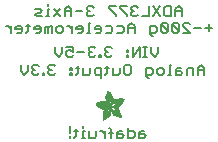
<source format=gbr>
G04 EAGLE Gerber RS-274X export*
G75*
%MOMM*%
%FSLAX34Y34*%
%LPD*%
%INSilkscreen Bottom*%
%IPPOS*%
%AMOC8*
5,1,8,0,0,1.08239X$1,22.5*%
G01*
%ADD10C,0.152400*%
%ADD11R,0.034300X0.003800*%
%ADD12R,0.057200X0.003800*%
%ADD13R,0.076200X0.003800*%
%ADD14R,0.091400X0.003800*%
%ADD15R,0.102900X0.003800*%
%ADD16R,0.114300X0.003900*%
%ADD17R,0.129500X0.003800*%
%ADD18R,0.137200X0.003800*%
%ADD19R,0.144800X0.003800*%
%ADD20R,0.152400X0.003800*%
%ADD21R,0.160000X0.003800*%
%ADD22R,0.171500X0.003800*%
%ADD23R,0.175300X0.003800*%
%ADD24R,0.182900X0.003800*%
%ADD25R,0.190500X0.003800*%
%ADD26R,0.194300X0.003900*%
%ADD27R,0.201900X0.003800*%
%ADD28R,0.209500X0.003800*%
%ADD29R,0.213400X0.003800*%
%ADD30R,0.221000X0.003800*%
%ADD31R,0.224800X0.003800*%
%ADD32R,0.232400X0.003800*%
%ADD33R,0.240000X0.003800*%
%ADD34R,0.243800X0.003800*%
%ADD35R,0.247600X0.003800*%
%ADD36R,0.255300X0.003900*%
%ADD37R,0.259100X0.003800*%
%ADD38R,0.262900X0.003800*%
%ADD39R,0.270500X0.003800*%
%ADD40R,0.274300X0.003800*%
%ADD41R,0.281900X0.003800*%
%ADD42R,0.285700X0.003800*%
%ADD43R,0.289500X0.003800*%
%ADD44R,0.297200X0.003800*%
%ADD45R,0.301000X0.003800*%
%ADD46R,0.304800X0.003900*%
%ADD47R,0.312400X0.003800*%
%ADD48R,0.316200X0.003800*%
%ADD49R,0.320000X0.003800*%
%ADD50R,0.327600X0.003800*%
%ADD51R,0.331500X0.003800*%
%ADD52R,0.339100X0.003800*%
%ADD53R,0.342900X0.003800*%
%ADD54R,0.346700X0.003800*%
%ADD55R,0.354300X0.003800*%
%ADD56R,0.358100X0.003900*%
%ADD57R,0.361900X0.003800*%
%ADD58R,0.369600X0.003800*%
%ADD59R,0.373400X0.003800*%
%ADD60R,0.377200X0.003800*%
%ADD61R,0.384800X0.003800*%
%ADD62R,0.388600X0.003800*%
%ADD63R,0.396200X0.003800*%
%ADD64R,0.400000X0.003800*%
%ADD65R,0.403800X0.003800*%
%ADD66R,0.411500X0.003900*%
%ADD67R,0.415300X0.003800*%
%ADD68R,0.419100X0.003800*%
%ADD69R,0.045700X0.003800*%
%ADD70R,0.426700X0.003800*%
%ADD71R,0.072400X0.003800*%
%ADD72R,0.430500X0.003800*%
%ADD73R,0.095300X0.003800*%
%ADD74R,0.438100X0.003800*%
%ADD75R,0.110500X0.003800*%
%ADD76R,0.441900X0.003800*%
%ADD77R,0.445800X0.003800*%
%ADD78R,0.144700X0.003800*%
%ADD79R,0.453400X0.003800*%
%ADD80R,0.457200X0.003800*%
%ADD81R,0.175300X0.003900*%
%ADD82R,0.461000X0.003900*%
%ADD83R,0.468600X0.003800*%
%ADD84R,0.205800X0.003800*%
%ADD85R,0.472400X0.003800*%
%ADD86R,0.217200X0.003800*%
%ADD87R,0.476200X0.003800*%
%ADD88R,0.483900X0.003800*%
%ADD89R,0.247700X0.003800*%
%ADD90R,0.487700X0.003800*%
%ADD91R,0.495300X0.003800*%
%ADD92R,0.499100X0.003800*%
%ADD93R,0.502900X0.003800*%
%ADD94R,0.510500X0.003800*%
%ADD95R,0.308600X0.003900*%
%ADD96R,0.514300X0.003900*%
%ADD97R,0.323800X0.003800*%
%ADD98R,0.518100X0.003800*%
%ADD99R,0.335300X0.003800*%
%ADD100R,0.525800X0.003800*%
%ADD101R,0.529600X0.003800*%
%ADD102R,0.358100X0.003800*%
%ADD103R,0.533400X0.003800*%
%ADD104R,0.537200X0.003800*%
%ADD105R,0.381000X0.003800*%
%ADD106R,0.544800X0.003800*%
%ADD107R,0.392400X0.003800*%
%ADD108R,0.548600X0.003800*%
%ADD109R,0.552400X0.003800*%
%ADD110R,0.556200X0.003800*%
%ADD111R,0.422900X0.003900*%
%ADD112R,0.560100X0.003900*%
%ADD113R,0.434300X0.003800*%
%ADD114R,0.563900X0.003800*%
%ADD115R,0.567700X0.003800*%
%ADD116R,0.461000X0.003800*%
%ADD117R,0.571500X0.003800*%
%ADD118R,0.575300X0.003800*%
%ADD119R,0.480100X0.003800*%
%ADD120R,0.579100X0.003800*%
%ADD121R,0.491500X0.003800*%
%ADD122R,0.582900X0.003800*%
%ADD123R,0.586700X0.003800*%
%ADD124R,0.510600X0.003800*%
%ADD125R,0.590500X0.003800*%
%ADD126R,0.522000X0.003800*%
%ADD127R,0.594300X0.003800*%
%ADD128R,0.533400X0.003900*%
%ADD129R,0.598200X0.003900*%
%ADD130R,0.541000X0.003800*%
%ADD131R,0.602000X0.003800*%
%ADD132R,0.552500X0.003800*%
%ADD133R,0.605800X0.003800*%
%ADD134R,0.560100X0.003800*%
%ADD135R,0.609600X0.003800*%
%ADD136R,0.613400X0.003800*%
%ADD137R,0.583000X0.003800*%
%ADD138R,0.617200X0.003800*%
%ADD139R,0.594400X0.003800*%
%ADD140R,0.621000X0.003800*%
%ADD141R,0.598200X0.003800*%
%ADD142R,0.624800X0.003800*%
%ADD143R,0.613500X0.003900*%
%ADD144R,0.628600X0.003900*%
%ADD145R,0.632400X0.003800*%
%ADD146R,0.628600X0.003800*%
%ADD147R,0.636300X0.003800*%
%ADD148R,0.640100X0.003800*%
%ADD149R,0.636200X0.003800*%
%ADD150R,0.643900X0.003800*%
%ADD151R,0.647700X0.003800*%
%ADD152R,0.651500X0.003800*%
%ADD153R,0.659100X0.003800*%
%ADD154R,0.659100X0.003900*%
%ADD155R,0.655300X0.003900*%
%ADD156R,0.662900X0.003800*%
%ADD157R,0.655300X0.003800*%
%ADD158R,0.670500X0.003800*%
%ADD159R,0.670600X0.003800*%
%ADD160R,0.674400X0.003800*%
%ADD161R,0.682000X0.003800*%
%ADD162R,0.666700X0.003800*%
%ADD163R,0.685800X0.003800*%
%ADD164R,0.689600X0.003800*%
%ADD165R,0.693400X0.003900*%
%ADD166R,0.674400X0.003900*%
%ADD167R,0.697200X0.003800*%
%ADD168R,0.678200X0.003800*%
%ADD169R,0.697300X0.003800*%
%ADD170R,0.701100X0.003800*%
%ADD171R,0.704900X0.003800*%
%ADD172R,0.708700X0.003800*%
%ADD173R,0.712500X0.003800*%
%ADD174R,0.716300X0.003800*%
%ADD175R,0.720100X0.003900*%
%ADD176R,0.689600X0.003900*%
%ADD177R,0.720000X0.003800*%
%ADD178R,0.693400X0.003800*%
%ADD179R,0.723900X0.003800*%
%ADD180R,0.727700X0.003800*%
%ADD181R,0.731500X0.003800*%
%ADD182R,0.701000X0.003800*%
%ADD183R,0.735300X0.003800*%
%ADD184R,0.731500X0.003900*%
%ADD185R,0.701000X0.003900*%
%ADD186R,0.704800X0.003800*%
%ADD187R,0.739100X0.003800*%
%ADD188R,0.743000X0.003800*%
%ADD189R,0.739200X0.003800*%
%ADD190R,0.743000X0.003900*%
%ADD191R,0.704800X0.003900*%
%ADD192R,0.746800X0.003800*%
%ADD193R,0.746800X0.003900*%
%ADD194R,0.742900X0.003800*%
%ADD195R,0.746700X0.003800*%
%ADD196R,0.746700X0.003900*%
%ADD197R,1.428800X0.003800*%
%ADD198R,1.424900X0.003800*%
%ADD199R,1.421100X0.003900*%
%ADD200R,1.421100X0.003800*%
%ADD201R,1.417300X0.003800*%
%ADD202R,1.413500X0.003800*%
%ADD203R,1.409700X0.003800*%
%ADD204R,1.405900X0.003800*%
%ADD205R,1.402100X0.003800*%
%ADD206R,1.398300X0.003800*%
%ADD207R,0.983000X0.003900*%
%ADD208R,0.384800X0.003900*%
%ADD209R,0.971600X0.003800*%
%ADD210R,0.963900X0.003800*%
%ADD211R,0.956300X0.003800*%
%ADD212R,0.365800X0.003800*%
%ADD213R,0.952500X0.003800*%
%ADD214R,0.941000X0.003800*%
%ADD215R,0.358200X0.003800*%
%ADD216R,0.937200X0.003800*%
%ADD217R,0.933400X0.003800*%
%ADD218R,0.354400X0.003800*%
%ADD219R,0.925800X0.003800*%
%ADD220R,0.350500X0.003800*%
%ADD221R,0.922000X0.003800*%
%ADD222R,0.918200X0.003900*%
%ADD223R,0.346700X0.003900*%
%ADD224R,0.910600X0.003800*%
%ADD225R,0.906800X0.003800*%
%ADD226R,0.903000X0.003800*%
%ADD227R,0.339000X0.003800*%
%ADD228R,0.895300X0.003800*%
%ADD229R,0.335200X0.003800*%
%ADD230R,0.887700X0.003800*%
%ADD231R,0.883900X0.003800*%
%ADD232R,0.331400X0.003800*%
%ADD233R,0.880100X0.003800*%
%ADD234R,0.876300X0.003800*%
%ADD235R,0.468600X0.003900*%
%ADD236R,0.396200X0.003900*%
%ADD237R,0.323800X0.003900*%
%ADD238R,0.449600X0.003800*%
%ADD239R,0.323900X0.003800*%
%ADD240R,0.442000X0.003800*%
%ADD241R,0.434400X0.003800*%
%ADD242R,0.320100X0.003800*%
%ADD243R,0.316300X0.003800*%
%ADD244R,0.426800X0.003800*%
%ADD245R,0.327700X0.003800*%
%ADD246R,0.312500X0.003800*%
%ADD247R,0.422900X0.003800*%
%ADD248R,0.308600X0.003800*%
%ADD249R,0.293400X0.003800*%
%ADD250R,0.304800X0.003800*%
%ADD251R,0.419100X0.003900*%
%ADD252R,0.285700X0.003900*%
%ADD253R,0.301000X0.003900*%
%ADD254R,0.411500X0.003800*%
%ADD255R,0.407700X0.003800*%
%ADD256R,0.289600X0.003800*%
%ADD257R,0.285800X0.003800*%
%ADD258R,0.403900X0.003800*%
%ADD259R,0.228600X0.003800*%
%ADD260R,0.403900X0.003900*%
%ADD261R,0.221000X0.003900*%
%ADD262R,0.278100X0.003900*%
%ADD263R,0.400100X0.003800*%
%ADD264R,0.209600X0.003800*%
%ADD265R,0.266700X0.003800*%
%ADD266R,0.038100X0.003800*%
%ADD267R,0.194300X0.003800*%
%ADD268R,0.148600X0.003800*%
%ADD269R,0.259000X0.003800*%
%ADD270R,0.182800X0.003800*%
%ADD271R,0.186700X0.003800*%
%ADD272R,0.251400X0.003800*%
%ADD273R,0.179100X0.003800*%
%ADD274R,0.236200X0.003800*%
%ADD275R,0.243900X0.003900*%
%ADD276R,0.282000X0.003900*%
%ADD277R,0.167700X0.003800*%
%ADD278R,0.236300X0.003800*%
%ADD279R,0.396300X0.003800*%
%ADD280R,0.163900X0.003800*%
%ADD281R,0.392500X0.003800*%
%ADD282R,0.160100X0.003800*%
%ADD283R,0.586800X0.003800*%
%ADD284R,0.148500X0.003800*%
%ADD285R,0.140900X0.003800*%
%ADD286R,0.392400X0.003900*%
%ADD287R,0.140900X0.003900*%
%ADD288R,0.647700X0.003900*%
%ADD289R,0.133300X0.003800*%
%ADD290R,0.674300X0.003800*%
%ADD291R,0.388700X0.003800*%
%ADD292R,0.125700X0.003800*%
%ADD293R,0.121900X0.003800*%
%ADD294R,0.720100X0.003800*%
%ADD295R,0.118100X0.003800*%
%ADD296R,0.118100X0.003900*%
%ADD297R,0.739100X0.003900*%
%ADD298R,0.114300X0.003800*%
%ADD299R,0.754400X0.003800*%
%ADD300R,0.765800X0.003800*%
%ADD301R,0.773400X0.003800*%
%ADD302R,0.784800X0.003800*%
%ADD303R,0.118200X0.003800*%
%ADD304R,0.792500X0.003800*%
%ADD305R,0.803900X0.003800*%
%ADD306R,0.122000X0.003800*%
%ADD307R,0.815400X0.003800*%
%ADD308R,0.125800X0.003800*%
%ADD309R,0.826800X0.003800*%
%ADD310R,0.369500X0.003900*%
%ADD311R,0.133400X0.003900*%
%ADD312R,0.842000X0.003900*%
%ADD313R,0.365700X0.003800*%
%ADD314R,1.009700X0.003800*%
%ADD315R,1.013500X0.003800*%
%ADD316R,0.362000X0.003800*%
%ADD317R,1.024900X0.003800*%
%ADD318R,1.028700X0.003800*%
%ADD319R,1.036300X0.003800*%
%ADD320R,1.047800X0.003800*%
%ADD321R,1.055400X0.003800*%
%ADD322R,1.070600X0.003800*%
%ADD323R,0.030500X0.003800*%
%ADD324R,1.436400X0.003800*%
%ADD325R,1.562100X0.003900*%
%ADD326R,1.588700X0.003800*%
%ADD327R,1.607800X0.003800*%
%ADD328R,1.626900X0.003800*%
%ADD329R,1.642100X0.003800*%
%ADD330R,1.657400X0.003800*%
%ADD331R,1.676400X0.003800*%
%ADD332R,1.687800X0.003800*%
%ADD333R,1.703000X0.003800*%
%ADD334R,1.714500X0.003800*%
%ADD335R,1.726000X0.003900*%
%ADD336R,1.741200X0.003800*%
%ADD337R,0.914400X0.003800*%
%ADD338R,0.769600X0.003800*%
%ADD339R,0.884000X0.003800*%
%ADD340R,0.712400X0.003800*%
%ADD341R,0.880100X0.003900*%
%ADD342R,0.887800X0.003800*%
%ADD343R,0.891600X0.003800*%
%ADD344R,0.895400X0.003800*%
%ADD345R,0.251500X0.003800*%
%ADD346R,0.579200X0.003900*%
%ADD347R,0.243900X0.003800*%
%ADD348R,0.556300X0.003800*%
%ADD349R,0.255200X0.003800*%
%ADD350R,0.529500X0.003800*%
%ADD351R,0.731600X0.003800*%
%ADD352R,0.525800X0.003900*%
%ADD353R,0.281900X0.003900*%
%ADD354R,0.735400X0.003900*%
%ADD355R,0.300900X0.003800*%
%ADD356R,0.762000X0.003800*%
%ADD357R,0.518200X0.003800*%
%ADD358R,0.350600X0.003800*%
%ADD359R,0.796300X0.003800*%
%ADD360R,0.807800X0.003800*%
%ADD361R,0.506700X0.003800*%
%ADD362R,0.849600X0.003800*%
%ADD363R,0.506700X0.003900*%
%ADD364R,1.371600X0.003900*%
%ADD365R,1.207800X0.003800*%
%ADD366R,0.503000X0.003800*%
%ADD367R,0.141000X0.003800*%
%ADD368R,1.203900X0.003800*%
%ADD369R,1.204000X0.003800*%
%ADD370R,1.200200X0.003800*%
%ADD371R,0.499100X0.003900*%
%ADD372R,0.156200X0.003900*%
%ADD373R,1.196400X0.003900*%
%ADD374R,1.196400X0.003800*%
%ADD375R,0.163800X0.003800*%
%ADD376R,0.167600X0.003800*%
%ADD377R,1.192500X0.003800*%
%ADD378R,0.499200X0.003800*%
%ADD379R,1.188700X0.003800*%
%ADD380R,0.506800X0.003800*%
%ADD381R,1.184900X0.003800*%
%ADD382R,0.510600X0.003900*%
%ADD383R,0.209600X0.003900*%
%ADD384R,1.181100X0.003900*%
%ADD385R,0.514400X0.003800*%
%ADD386R,1.181100X0.003800*%
%ADD387R,1.177300X0.003800*%
%ADD388R,0.240100X0.003800*%
%ADD389R,1.173500X0.003800*%
%ADD390R,1.169700X0.003800*%
%ADD391R,1.165900X0.003800*%
%ADD392R,1.162100X0.003800*%
%ADD393R,0.929700X0.003900*%
%ADD394R,1.162100X0.003900*%
%ADD395R,0.929700X0.003800*%
%ADD396R,1.154500X0.003800*%
%ADD397R,0.933500X0.003800*%
%ADD398R,1.150600X0.003800*%
%ADD399R,0.937300X0.003800*%
%ADD400R,1.146800X0.003800*%
%ADD401R,0.941100X0.003800*%
%ADD402R,1.139200X0.003800*%
%ADD403R,0.944900X0.003800*%
%ADD404R,1.135400X0.003800*%
%ADD405R,0.948700X0.003800*%
%ADD406R,1.127800X0.003800*%
%ADD407R,1.124000X0.003800*%
%ADD408R,1.116400X0.003800*%
%ADD409R,0.956300X0.003900*%
%ADD410R,1.104900X0.003900*%
%ADD411R,0.960100X0.003800*%
%ADD412R,1.093500X0.003800*%
%ADD413R,1.085900X0.003800*%
%ADD414R,0.967800X0.003800*%
%ADD415R,1.074500X0.003800*%
%ADD416R,1.063000X0.003800*%
%ADD417R,0.975400X0.003800*%
%ADD418R,1.036400X0.003800*%
%ADD419R,0.979200X0.003800*%
%ADD420R,1.021000X0.003800*%
%ADD421R,0.983000X0.003800*%
%ADD422R,1.009600X0.003800*%
%ADD423R,0.986800X0.003800*%
%ADD424R,0.998200X0.003800*%
%ADD425R,0.990600X0.003900*%
%ADD426R,0.986700X0.003900*%
%ADD427R,0.994400X0.003800*%
%ADD428R,0.975300X0.003800*%
%ADD429R,0.948600X0.003800*%
%ADD430R,1.002000X0.003800*%
%ADD431R,0.213300X0.003800*%
%ADD432R,0.217100X0.003800*%
%ADD433R,1.017300X0.003800*%
%ADD434R,0.666800X0.003800*%
%ADD435R,0.220900X0.003800*%
%ADD436R,1.028700X0.003900*%
%ADD437R,0.224700X0.003900*%
%ADD438R,1.032500X0.003800*%
%ADD439R,1.040100X0.003800*%
%ADD440R,1.043900X0.003800*%
%ADD441R,0.548700X0.003800*%
%ADD442R,1.051500X0.003800*%
%ADD443R,1.055300X0.003800*%
%ADD444R,1.059100X0.003800*%
%ADD445R,1.062900X0.003800*%
%ADD446R,0.255300X0.003800*%
%ADD447R,1.066800X0.003900*%
%ADD448R,0.259100X0.003900*%
%ADD449R,0.457200X0.003900*%
%ADD450R,0.423000X0.003800*%
%ADD451R,1.082100X0.003800*%
%ADD452R,0.274400X0.003800*%
%ADD453R,0.278200X0.003800*%
%ADD454R,1.101100X0.003800*%
%ADD455R,0.278100X0.003800*%
%ADD456R,0.876300X0.003900*%
%ADD457R,0.236200X0.003900*%
%ADD458R,0.289600X0.003900*%
%ADD459R,0.247700X0.003900*%
%ADD460R,0.049500X0.003800*%
%ADD461R,0.640100X0.003900*%
%ADD462R,0.659200X0.003800*%
%ADD463R,0.663000X0.003800*%
%ADD464R,0.872500X0.003900*%
%ADD465R,0.666800X0.003900*%
%ADD466R,0.872500X0.003800*%
%ADD467R,0.868700X0.003800*%
%ADD468R,0.864900X0.003800*%
%ADD469R,0.861100X0.003800*%
%ADD470R,0.857300X0.003800*%
%ADD471R,0.853400X0.003800*%
%ADD472R,0.845800X0.003800*%
%ADD473R,0.682000X0.003900*%
%ADD474R,0.842000X0.003800*%
%ADD475R,0.834400X0.003800*%
%ADD476R,0.823000X0.003800*%
%ADD477R,0.815300X0.003800*%
%ADD478R,0.811500X0.003800*%
%ADD479R,0.788700X0.003800*%
%ADD480R,0.777300X0.003900*%
%ADD481R,0.750600X0.003800*%
%ADD482R,0.735400X0.003800*%
%ADD483R,0.727800X0.003800*%
%ADD484R,0.628700X0.003800*%
%ADD485R,0.575400X0.003800*%
%ADD486R,0.670600X0.003900*%
%ADD487R,0.655400X0.003800*%
%ADD488R,0.651500X0.003900*%
%ADD489R,0.624800X0.003900*%
%ADD490R,0.594400X0.003900*%
%ADD491R,0.563900X0.003900*%
%ADD492R,0.541100X0.003800*%
%ADD493R,0.537300X0.003800*%
%ADD494R,0.525700X0.003800*%
%ADD495R,0.525700X0.003900*%
%ADD496R,0.514300X0.003800*%
%ADD497R,0.480100X0.003900*%
%ADD498R,0.464800X0.003800*%
%ADD499R,0.442000X0.003900*%
%ADD500R,0.438200X0.003800*%
%ADD501R,0.430600X0.003800*%
%ADD502R,0.407600X0.003800*%
%ADD503R,0.403800X0.003900*%
%ADD504R,0.365700X0.003900*%
%ADD505R,0.327700X0.003900*%
%ADD506R,0.243800X0.003900*%
%ADD507R,0.205800X0.003900*%
%ADD508R,0.198100X0.003800*%
%ADD509R,0.163800X0.003900*%
%ADD510R,0.137100X0.003800*%
%ADD511R,0.091500X0.003900*%
%ADD512R,0.060900X0.003800*%


D10*
X140462Y2286D02*
X140462Y8048D01*
X137581Y10929D01*
X134700Y8048D01*
X134700Y2286D01*
X134700Y6608D02*
X140462Y6608D01*
X131107Y10929D02*
X131107Y2286D01*
X126785Y2286D01*
X125345Y3727D01*
X125345Y9489D01*
X126785Y10929D01*
X131107Y10929D01*
X121752Y10929D02*
X115989Y2286D01*
X121752Y2286D02*
X115989Y10929D01*
X112396Y10929D02*
X112396Y2286D01*
X106634Y2286D01*
X103041Y9489D02*
X101601Y10929D01*
X98720Y10929D01*
X97279Y9489D01*
X97279Y8048D01*
X98720Y6608D01*
X100160Y6608D01*
X98720Y6608D02*
X97279Y5167D01*
X97279Y3727D01*
X98720Y2286D01*
X101601Y2286D01*
X103041Y3727D01*
X93686Y10929D02*
X87924Y10929D01*
X87924Y9489D01*
X93686Y3727D01*
X93686Y2286D01*
X84331Y10929D02*
X78569Y10929D01*
X78569Y9489D01*
X84331Y3727D01*
X84331Y2286D01*
X65621Y9489D02*
X64180Y10929D01*
X61299Y10929D01*
X59858Y9489D01*
X59858Y8048D01*
X61299Y6608D01*
X62739Y6608D01*
X61299Y6608D02*
X59858Y5167D01*
X59858Y3727D01*
X61299Y2286D01*
X64180Y2286D01*
X65621Y3727D01*
X56265Y6608D02*
X50503Y6608D01*
X46910Y8048D02*
X46910Y2286D01*
X46910Y8048D02*
X44029Y10929D01*
X41148Y8048D01*
X41148Y2286D01*
X41148Y6608D02*
X46910Y6608D01*
X37555Y8048D02*
X31793Y2286D01*
X37555Y2286D02*
X31793Y8048D01*
X28200Y8048D02*
X26759Y8048D01*
X26759Y2286D01*
X25319Y2286D02*
X28200Y2286D01*
X26759Y10929D02*
X26759Y12370D01*
X21963Y2286D02*
X17641Y2286D01*
X16201Y3727D01*
X17641Y5167D01*
X20522Y5167D01*
X21963Y6608D01*
X20522Y8048D01*
X16201Y8048D01*
X160100Y-7362D02*
X165862Y-7362D01*
X162981Y-4481D02*
X162981Y-10243D01*
X156507Y-7362D02*
X150745Y-7362D01*
X147152Y-11684D02*
X141389Y-11684D01*
X141389Y-5922D02*
X147152Y-11684D01*
X141389Y-5922D02*
X141389Y-4481D01*
X142830Y-3041D01*
X145711Y-3041D01*
X147152Y-4481D01*
X137796Y-4481D02*
X137796Y-10243D01*
X137796Y-4481D02*
X136356Y-3041D01*
X133475Y-3041D01*
X132034Y-4481D01*
X132034Y-10243D01*
X133475Y-11684D01*
X136356Y-11684D01*
X137796Y-10243D01*
X132034Y-4481D01*
X128441Y-4481D02*
X128441Y-10243D01*
X128441Y-4481D02*
X127001Y-3041D01*
X124120Y-3041D01*
X122679Y-4481D01*
X122679Y-10243D01*
X124120Y-11684D01*
X127001Y-11684D01*
X128441Y-10243D01*
X122679Y-4481D01*
X116205Y-14565D02*
X114764Y-14565D01*
X113324Y-13125D01*
X113324Y-5922D01*
X117646Y-5922D01*
X119086Y-7362D01*
X119086Y-10243D01*
X117646Y-11684D01*
X113324Y-11684D01*
X100376Y-11684D02*
X100376Y-5922D01*
X97495Y-3041D01*
X94613Y-5922D01*
X94613Y-11684D01*
X94613Y-7362D02*
X100376Y-7362D01*
X89580Y-5922D02*
X85258Y-5922D01*
X89580Y-5922D02*
X91021Y-7362D01*
X91021Y-10243D01*
X89580Y-11684D01*
X85258Y-11684D01*
X80225Y-5922D02*
X75903Y-5922D01*
X80225Y-5922D02*
X81665Y-7362D01*
X81665Y-10243D01*
X80225Y-11684D01*
X75903Y-11684D01*
X70870Y-11684D02*
X67988Y-11684D01*
X70870Y-11684D02*
X72310Y-10243D01*
X72310Y-7362D01*
X70870Y-5922D01*
X67988Y-5922D01*
X66548Y-7362D01*
X66548Y-8803D01*
X72310Y-8803D01*
X62955Y-3041D02*
X61514Y-3041D01*
X61514Y-11684D01*
X60074Y-11684D02*
X62955Y-11684D01*
X55278Y-11684D02*
X52396Y-11684D01*
X55278Y-11684D02*
X56718Y-10243D01*
X56718Y-7362D01*
X55278Y-5922D01*
X52396Y-5922D01*
X50956Y-7362D01*
X50956Y-8803D01*
X56718Y-8803D01*
X47363Y-11684D02*
X47363Y-5922D01*
X47363Y-8803D02*
X44482Y-5922D01*
X43041Y-5922D01*
X38126Y-11684D02*
X35245Y-11684D01*
X33805Y-10243D01*
X33805Y-7362D01*
X35245Y-5922D01*
X38126Y-5922D01*
X39567Y-7362D01*
X39567Y-10243D01*
X38126Y-11684D01*
X30212Y-11684D02*
X30212Y-5922D01*
X28771Y-5922D01*
X27331Y-7362D01*
X27331Y-11684D01*
X27331Y-7362D02*
X25890Y-5922D01*
X24450Y-7362D01*
X24450Y-11684D01*
X19416Y-11684D02*
X16535Y-11684D01*
X19416Y-11684D02*
X20857Y-10243D01*
X20857Y-7362D01*
X19416Y-5922D01*
X16535Y-5922D01*
X15094Y-7362D01*
X15094Y-8803D01*
X20857Y-8803D01*
X10061Y-10243D02*
X10061Y-4481D01*
X10061Y-10243D02*
X8620Y-11684D01*
X8620Y-5922D02*
X11501Y-5922D01*
X3824Y-11684D02*
X943Y-11684D01*
X3824Y-11684D02*
X5265Y-10243D01*
X5265Y-7362D01*
X3824Y-5922D01*
X943Y-5922D01*
X-498Y-7362D01*
X-498Y-8803D01*
X5265Y-8803D01*
X-4091Y-11684D02*
X-4091Y-5922D01*
X-4091Y-8803D02*
X-6972Y-5922D01*
X-8412Y-5922D01*
X120142Y-23361D02*
X120142Y-29123D01*
X117261Y-32004D01*
X114380Y-29123D01*
X114380Y-23361D01*
X110787Y-32004D02*
X107906Y-32004D01*
X109346Y-32004D02*
X109346Y-23361D01*
X107906Y-23361D02*
X110787Y-23361D01*
X104550Y-23361D02*
X104550Y-32004D01*
X98788Y-32004D02*
X104550Y-23361D01*
X98788Y-23361D02*
X98788Y-32004D01*
X95195Y-26242D02*
X93754Y-26242D01*
X93754Y-27682D01*
X95195Y-27682D01*
X95195Y-26242D01*
X95195Y-30563D02*
X93754Y-30563D01*
X93754Y-32004D01*
X95195Y-32004D01*
X95195Y-30563D01*
X81162Y-24801D02*
X79722Y-23361D01*
X76840Y-23361D01*
X75400Y-24801D01*
X75400Y-26242D01*
X76840Y-27682D01*
X78281Y-27682D01*
X76840Y-27682D02*
X75400Y-29123D01*
X75400Y-30563D01*
X76840Y-32004D01*
X79722Y-32004D01*
X81162Y-30563D01*
X71807Y-30563D02*
X71807Y-32004D01*
X71807Y-30563D02*
X70366Y-30563D01*
X70366Y-32004D01*
X71807Y-32004D01*
X67129Y-24801D02*
X65689Y-23361D01*
X62808Y-23361D01*
X61367Y-24801D01*
X61367Y-26242D01*
X62808Y-27682D01*
X64248Y-27682D01*
X62808Y-27682D02*
X61367Y-29123D01*
X61367Y-30563D01*
X62808Y-32004D01*
X65689Y-32004D01*
X67129Y-30563D01*
X57774Y-27682D02*
X52012Y-27682D01*
X48419Y-23361D02*
X42657Y-23361D01*
X48419Y-23361D02*
X48419Y-27682D01*
X45538Y-26242D01*
X44097Y-26242D01*
X42657Y-27682D01*
X42657Y-30563D01*
X44097Y-32004D01*
X46978Y-32004D01*
X48419Y-30563D01*
X39064Y-29123D02*
X39064Y-23361D01*
X39064Y-29123D02*
X36183Y-32004D01*
X33301Y-29123D01*
X33301Y-23361D01*
X159512Y-41482D02*
X159512Y-47244D01*
X159512Y-41482D02*
X156631Y-38601D01*
X153750Y-41482D01*
X153750Y-47244D01*
X153750Y-42922D02*
X159512Y-42922D01*
X150157Y-41482D02*
X150157Y-47244D01*
X150157Y-41482D02*
X145835Y-41482D01*
X144395Y-42922D01*
X144395Y-47244D01*
X139361Y-41482D02*
X136480Y-41482D01*
X135039Y-42922D01*
X135039Y-47244D01*
X139361Y-47244D01*
X140802Y-45803D01*
X139361Y-44363D01*
X135039Y-44363D01*
X131446Y-38601D02*
X130006Y-38601D01*
X130006Y-47244D01*
X131446Y-47244D02*
X128565Y-47244D01*
X123769Y-47244D02*
X120888Y-47244D01*
X119447Y-45803D01*
X119447Y-42922D01*
X120888Y-41482D01*
X123769Y-41482D01*
X125210Y-42922D01*
X125210Y-45803D01*
X123769Y-47244D01*
X112973Y-50125D02*
X111533Y-50125D01*
X110092Y-48685D01*
X110092Y-41482D01*
X114414Y-41482D01*
X115854Y-42922D01*
X115854Y-45803D01*
X114414Y-47244D01*
X110092Y-47244D01*
X95704Y-38601D02*
X92822Y-38601D01*
X95704Y-38601D02*
X97144Y-40041D01*
X97144Y-45803D01*
X95704Y-47244D01*
X92822Y-47244D01*
X91382Y-45803D01*
X91382Y-40041D01*
X92822Y-38601D01*
X87789Y-41482D02*
X87789Y-45803D01*
X86348Y-47244D01*
X82027Y-47244D01*
X82027Y-41482D01*
X76993Y-40041D02*
X76993Y-45803D01*
X75553Y-47244D01*
X75553Y-41482D02*
X78434Y-41482D01*
X72197Y-41482D02*
X72197Y-50125D01*
X72197Y-41482D02*
X67875Y-41482D01*
X66435Y-42922D01*
X66435Y-45803D01*
X67875Y-47244D01*
X72197Y-47244D01*
X62842Y-45803D02*
X62842Y-41482D01*
X62842Y-45803D02*
X61401Y-47244D01*
X57080Y-47244D01*
X57080Y-41482D01*
X52046Y-40041D02*
X52046Y-45803D01*
X50605Y-47244D01*
X50605Y-41482D02*
X53487Y-41482D01*
X47250Y-41482D02*
X45809Y-41482D01*
X45809Y-42922D01*
X47250Y-42922D01*
X47250Y-41482D01*
X47250Y-45803D02*
X45809Y-45803D01*
X45809Y-47244D01*
X47250Y-47244D01*
X47250Y-45803D01*
X33217Y-40041D02*
X31776Y-38601D01*
X28895Y-38601D01*
X27455Y-40041D01*
X27455Y-41482D01*
X28895Y-42922D01*
X30336Y-42922D01*
X28895Y-42922D02*
X27455Y-44363D01*
X27455Y-45803D01*
X28895Y-47244D01*
X31776Y-47244D01*
X33217Y-45803D01*
X23862Y-45803D02*
X23862Y-47244D01*
X23862Y-45803D02*
X22421Y-45803D01*
X22421Y-47244D01*
X23862Y-47244D01*
X19184Y-40041D02*
X17744Y-38601D01*
X14863Y-38601D01*
X13422Y-40041D01*
X13422Y-41482D01*
X14863Y-42922D01*
X16303Y-42922D01*
X14863Y-42922D02*
X13422Y-44363D01*
X13422Y-45803D01*
X14863Y-47244D01*
X17744Y-47244D01*
X19184Y-45803D01*
X9829Y-44363D02*
X9829Y-38601D01*
X9829Y-44363D02*
X6948Y-47244D01*
X4067Y-44363D01*
X4067Y-38601D01*
X105660Y-94822D02*
X108541Y-94822D01*
X105660Y-94822D02*
X104220Y-96262D01*
X104220Y-100584D01*
X108541Y-100584D01*
X109982Y-99143D01*
X108541Y-97703D01*
X104220Y-97703D01*
X94865Y-100584D02*
X94865Y-91941D01*
X94865Y-100584D02*
X99186Y-100584D01*
X100627Y-99143D01*
X100627Y-96262D01*
X99186Y-94822D01*
X94865Y-94822D01*
X89831Y-94822D02*
X86950Y-94822D01*
X85509Y-96262D01*
X85509Y-100584D01*
X89831Y-100584D01*
X91272Y-99143D01*
X89831Y-97703D01*
X85509Y-97703D01*
X80476Y-100584D02*
X80476Y-93381D01*
X79035Y-91941D01*
X79035Y-96262D02*
X81916Y-96262D01*
X75680Y-94822D02*
X75680Y-100584D01*
X75680Y-97703D02*
X72799Y-94822D01*
X71358Y-94822D01*
X67884Y-94822D02*
X67884Y-99143D01*
X66443Y-100584D01*
X62121Y-100584D01*
X62121Y-94822D01*
X58529Y-94822D02*
X57088Y-94822D01*
X57088Y-100584D01*
X58529Y-100584D02*
X55647Y-100584D01*
X57088Y-91941D02*
X57088Y-90500D01*
X50851Y-93381D02*
X50851Y-99143D01*
X49411Y-100584D01*
X49411Y-94822D02*
X52292Y-94822D01*
X46055Y-99143D02*
X46055Y-100584D01*
X46055Y-96262D02*
X46055Y-90500D01*
D11*
X74626Y-86106D03*
D12*
X74625Y-86068D03*
D13*
X74644Y-86030D03*
D14*
X74644Y-85992D03*
D15*
X74626Y-85954D03*
D16*
X74645Y-85916D03*
D17*
X74645Y-85877D03*
D18*
X74644Y-85839D03*
D19*
X74644Y-85801D03*
D20*
X74682Y-85763D03*
D21*
X74682Y-85725D03*
D22*
X74702Y-85687D03*
D23*
X74721Y-85649D03*
D24*
X74721Y-85611D03*
D25*
X74759Y-85573D03*
D26*
X74778Y-85535D03*
D27*
X74778Y-85496D03*
D28*
X74816Y-85458D03*
D29*
X74835Y-85420D03*
D30*
X74873Y-85382D03*
D31*
X74892Y-85344D03*
D32*
X74892Y-85306D03*
D33*
X74930Y-85268D03*
D34*
X74949Y-85230D03*
D35*
X74968Y-85192D03*
D36*
X75007Y-85154D03*
D37*
X75026Y-85115D03*
D38*
X75045Y-85077D03*
D39*
X75083Y-85039D03*
D40*
X75102Y-85001D03*
D41*
X75140Y-84963D03*
D42*
X75159Y-84925D03*
D43*
X75178Y-84887D03*
D44*
X75216Y-84849D03*
D45*
X75235Y-84811D03*
D46*
X75254Y-84773D03*
D47*
X75292Y-84734D03*
D48*
X75311Y-84696D03*
D49*
X75330Y-84658D03*
D50*
X75368Y-84620D03*
D51*
X75388Y-84582D03*
D52*
X75426Y-84544D03*
D53*
X75445Y-84506D03*
D54*
X75464Y-84468D03*
D55*
X75502Y-84430D03*
D56*
X75521Y-84392D03*
D57*
X75540Y-84353D03*
D58*
X75578Y-84315D03*
D59*
X75597Y-84277D03*
D60*
X75616Y-84239D03*
D61*
X75654Y-84201D03*
D62*
X75673Y-84163D03*
D63*
X75711Y-84125D03*
D64*
X75730Y-84087D03*
D65*
X75749Y-84049D03*
D66*
X75788Y-84011D03*
D67*
X75807Y-83972D03*
D68*
X75826Y-83934D03*
D69*
X88589Y-83896D03*
D70*
X75864Y-83896D03*
D71*
X88570Y-83858D03*
D72*
X75883Y-83858D03*
D73*
X88532Y-83820D03*
D74*
X75921Y-83820D03*
D75*
X88494Y-83782D03*
D76*
X75940Y-83782D03*
D17*
X88475Y-83744D03*
D77*
X75959Y-83744D03*
D78*
X88437Y-83706D03*
D79*
X75997Y-83706D03*
D21*
X88398Y-83668D03*
D80*
X76016Y-83668D03*
D81*
X88361Y-83630D03*
D82*
X76035Y-83630D03*
D25*
X88323Y-83591D03*
D83*
X76073Y-83591D03*
D84*
X88284Y-83553D03*
D85*
X76092Y-83553D03*
D86*
X88227Y-83515D03*
D87*
X76111Y-83515D03*
D32*
X88189Y-83477D03*
D88*
X76150Y-83477D03*
D89*
X88151Y-83439D03*
D90*
X76169Y-83439D03*
D37*
X88094Y-83401D03*
D91*
X76207Y-83401D03*
D40*
X88056Y-83363D03*
D92*
X76226Y-83363D03*
D42*
X87999Y-83325D03*
D93*
X76245Y-83325D03*
D44*
X87941Y-83287D03*
D94*
X76283Y-83287D03*
D95*
X87884Y-83249D03*
D96*
X76302Y-83249D03*
D97*
X87846Y-83210D03*
D98*
X76321Y-83210D03*
D99*
X87789Y-83172D03*
D100*
X76359Y-83172D03*
D54*
X87732Y-83134D03*
D101*
X76378Y-83134D03*
D102*
X87675Y-83096D03*
D103*
X76397Y-83096D03*
D58*
X87617Y-83058D03*
D104*
X76416Y-83058D03*
D105*
X87560Y-83020D03*
D106*
X76454Y-83020D03*
D107*
X87503Y-82982D03*
D108*
X76473Y-82982D03*
D65*
X87446Y-82944D03*
D109*
X76492Y-82944D03*
D67*
X87389Y-82906D03*
D110*
X76511Y-82906D03*
D111*
X87313Y-82868D03*
D112*
X76531Y-82868D03*
D113*
X87256Y-82829D03*
D114*
X76550Y-82829D03*
D77*
X87198Y-82791D03*
D115*
X76569Y-82791D03*
D116*
X87122Y-82753D03*
D117*
X76588Y-82753D03*
D85*
X87065Y-82715D03*
D118*
X76607Y-82715D03*
D119*
X86989Y-82677D03*
D120*
X76626Y-82677D03*
D121*
X86932Y-82639D03*
D122*
X76645Y-82639D03*
D93*
X86875Y-82601D03*
D123*
X76664Y-82601D03*
D124*
X86798Y-82563D03*
D125*
X76683Y-82563D03*
D126*
X86741Y-82525D03*
D127*
X76702Y-82525D03*
D128*
X86684Y-82487D03*
D129*
X76721Y-82487D03*
D130*
X86608Y-82448D03*
D131*
X76740Y-82448D03*
D132*
X86551Y-82410D03*
D133*
X76759Y-82410D03*
D134*
X86513Y-82372D03*
D133*
X76759Y-82372D03*
D117*
X86456Y-82334D03*
D135*
X76778Y-82334D03*
D118*
X86399Y-82296D03*
D136*
X76797Y-82296D03*
D137*
X86360Y-82258D03*
D138*
X76816Y-82258D03*
D139*
X86303Y-82220D03*
D140*
X76835Y-82220D03*
D141*
X86246Y-82182D03*
D140*
X76835Y-82182D03*
D133*
X86208Y-82144D03*
D142*
X76854Y-82144D03*
D143*
X86170Y-82106D03*
D144*
X76873Y-82106D03*
D136*
X86131Y-82067D03*
D145*
X76892Y-82067D03*
D140*
X86093Y-82029D03*
D145*
X76892Y-82029D03*
D146*
X86055Y-81991D03*
D147*
X76912Y-81991D03*
D145*
X85998Y-81953D03*
D148*
X76931Y-81953D03*
D149*
X85979Y-81915D03*
D150*
X76950Y-81915D03*
X85941Y-81877D03*
X76950Y-81877D03*
D151*
X85884Y-81839D03*
X76969Y-81839D03*
D152*
X85865Y-81801D03*
X76988Y-81801D03*
D153*
X85827Y-81763D03*
D152*
X76988Y-81763D03*
D154*
X85789Y-81725D03*
D155*
X77007Y-81725D03*
D156*
X85770Y-81686D03*
D157*
X77007Y-81686D03*
D158*
X85732Y-81648D03*
D153*
X77026Y-81648D03*
D159*
X85693Y-81610D03*
D156*
X77045Y-81610D03*
D160*
X85674Y-81572D03*
D156*
X77045Y-81572D03*
D161*
X85636Y-81534D03*
D162*
X77064Y-81534D03*
D161*
X85598Y-81496D03*
D162*
X77064Y-81496D03*
D163*
X85579Y-81458D03*
D158*
X77083Y-81458D03*
D164*
X85560Y-81420D03*
D158*
X77083Y-81420D03*
D164*
X85522Y-81382D03*
D160*
X77102Y-81382D03*
D165*
X85503Y-81344D03*
D166*
X77102Y-81344D03*
D167*
X85484Y-81305D03*
D168*
X77121Y-81305D03*
D169*
X85446Y-81267D03*
D168*
X77121Y-81267D03*
D170*
X85427Y-81229D03*
D168*
X77121Y-81229D03*
D171*
X85408Y-81191D03*
D161*
X77140Y-81191D03*
D171*
X85370Y-81153D03*
D161*
X77140Y-81153D03*
D172*
X85351Y-81115D03*
D163*
X77159Y-81115D03*
D173*
X85332Y-81077D03*
D163*
X77159Y-81077D03*
D173*
X85294Y-81039D03*
D163*
X77159Y-81039D03*
D174*
X85275Y-81001D03*
D164*
X77178Y-81001D03*
D175*
X85256Y-80963D03*
D176*
X77178Y-80963D03*
D177*
X85217Y-80924D03*
D178*
X77197Y-80924D03*
D179*
X85198Y-80886D03*
D178*
X77197Y-80886D03*
D179*
X85198Y-80848D03*
D178*
X77197Y-80848D03*
D179*
X85160Y-80810D03*
D178*
X77197Y-80810D03*
D180*
X85141Y-80772D03*
D167*
X77216Y-80772D03*
D181*
X85122Y-80734D03*
D167*
X77216Y-80734D03*
D180*
X85103Y-80696D03*
D167*
X77216Y-80696D03*
D181*
X85084Y-80658D03*
D182*
X77235Y-80658D03*
D183*
X85065Y-80620D03*
D182*
X77235Y-80620D03*
D184*
X85046Y-80582D03*
D185*
X77235Y-80582D03*
D183*
X85027Y-80543D03*
D182*
X77235Y-80543D03*
D183*
X85027Y-80505D03*
D186*
X77254Y-80505D03*
D183*
X84989Y-80467D03*
D182*
X77273Y-80467D03*
D187*
X84970Y-80429D03*
D182*
X77273Y-80429D03*
D187*
X84970Y-80391D03*
D182*
X77273Y-80391D03*
D187*
X84932Y-80353D03*
D182*
X77273Y-80353D03*
D187*
X84932Y-80315D03*
D182*
X77273Y-80315D03*
D188*
X84912Y-80277D03*
D186*
X77292Y-80277D03*
D189*
X84893Y-80239D03*
D186*
X77292Y-80239D03*
D190*
X84874Y-80201D03*
D191*
X77292Y-80201D03*
D188*
X84874Y-80162D03*
D186*
X77292Y-80162D03*
D188*
X84836Y-80124D03*
D186*
X77292Y-80124D03*
D188*
X84836Y-80086D03*
D186*
X77292Y-80086D03*
D188*
X84836Y-80048D03*
D186*
X77292Y-80048D03*
D188*
X84798Y-80010D03*
D182*
X77311Y-80010D03*
D188*
X84798Y-79972D03*
D182*
X77311Y-79972D03*
D192*
X84779Y-79934D03*
D182*
X77311Y-79934D03*
D188*
X84760Y-79896D03*
D182*
X77311Y-79896D03*
D188*
X84760Y-79858D03*
D182*
X77311Y-79858D03*
D193*
X84741Y-79820D03*
D185*
X77311Y-79820D03*
D194*
X84722Y-79781D03*
D182*
X77311Y-79781D03*
D194*
X84722Y-79743D03*
D167*
X77330Y-79743D03*
D195*
X84703Y-79705D03*
D167*
X77330Y-79705D03*
D194*
X84684Y-79667D03*
D167*
X77330Y-79667D03*
D194*
X84684Y-79629D03*
D167*
X77330Y-79629D03*
D194*
X84684Y-79591D03*
D167*
X77330Y-79591D03*
D195*
X84665Y-79553D03*
D178*
X77349Y-79553D03*
D194*
X84646Y-79515D03*
D178*
X77349Y-79515D03*
D194*
X84646Y-79477D03*
D178*
X77349Y-79477D03*
D196*
X84627Y-79439D03*
D165*
X77349Y-79439D03*
D194*
X84608Y-79400D03*
D164*
X77368Y-79400D03*
D194*
X84608Y-79362D03*
D164*
X77368Y-79362D03*
D195*
X84589Y-79324D03*
D164*
X77368Y-79324D03*
D194*
X84570Y-79286D03*
D164*
X77368Y-79286D03*
D194*
X84570Y-79248D03*
D163*
X77387Y-79248D03*
D194*
X84570Y-79210D03*
D163*
X77387Y-79210D03*
D197*
X81102Y-79172D03*
X81102Y-79134D03*
D198*
X81122Y-79096D03*
D199*
X81103Y-79058D03*
D200*
X81103Y-79019D03*
D201*
X81122Y-78981D03*
D202*
X81103Y-78943D03*
X81103Y-78905D03*
D203*
X81122Y-78867D03*
D204*
X81103Y-78829D03*
X81103Y-78791D03*
D205*
X81122Y-78753D03*
D206*
X81103Y-78715D03*
D207*
X83179Y-78677D03*
D208*
X76073Y-78677D03*
D209*
X83236Y-78638D03*
D60*
X76035Y-78638D03*
D210*
X83236Y-78600D03*
D59*
X76016Y-78600D03*
D211*
X83274Y-78562D03*
D212*
X76016Y-78562D03*
D213*
X83293Y-78524D03*
D212*
X76016Y-78524D03*
D214*
X83312Y-78486D03*
D215*
X76016Y-78486D03*
D216*
X83331Y-78448D03*
D215*
X76016Y-78448D03*
D217*
X83350Y-78410D03*
D218*
X76035Y-78410D03*
D219*
X83350Y-78372D03*
D220*
X76016Y-78372D03*
D221*
X83369Y-78334D03*
D54*
X76035Y-78334D03*
D222*
X83388Y-78296D03*
D223*
X76035Y-78296D03*
D224*
X83388Y-78257D03*
D53*
X76054Y-78257D03*
D225*
X83407Y-78219D03*
D53*
X76054Y-78219D03*
D226*
X83426Y-78181D03*
D227*
X76073Y-78181D03*
D228*
X83427Y-78143D03*
D227*
X76073Y-78143D03*
D228*
X83427Y-78105D03*
D229*
X76092Y-78105D03*
D230*
X83427Y-78067D03*
D229*
X76092Y-78067D03*
D231*
X83446Y-78029D03*
D232*
X76111Y-78029D03*
D233*
X83465Y-77991D03*
D50*
X76130Y-77991D03*
D234*
X83446Y-77953D03*
D50*
X76130Y-77953D03*
D235*
X85484Y-77915D03*
D236*
X81083Y-77915D03*
D237*
X76149Y-77915D03*
D238*
X85541Y-77876D03*
D58*
X80988Y-77876D03*
D239*
X76188Y-77876D03*
D240*
X85579Y-77838D03*
D102*
X80931Y-77838D03*
D239*
X76188Y-77838D03*
D241*
X85579Y-77800D03*
D54*
X80912Y-77800D03*
D242*
X76207Y-77800D03*
D241*
X85579Y-77762D03*
D99*
X80893Y-77762D03*
D243*
X76226Y-77762D03*
D244*
X85579Y-77724D03*
D245*
X80855Y-77724D03*
D246*
X76245Y-77724D03*
D244*
X85579Y-77686D03*
D243*
X80836Y-77686D03*
D246*
X76245Y-77686D03*
D247*
X85560Y-77648D03*
D248*
X80797Y-77648D03*
D246*
X76283Y-77648D03*
D247*
X85560Y-77610D03*
D45*
X80797Y-77610D03*
D248*
X76302Y-77610D03*
D68*
X85541Y-77572D03*
D249*
X80759Y-77572D03*
D250*
X76321Y-77572D03*
D251*
X85541Y-77534D03*
D252*
X80760Y-77534D03*
D253*
X76340Y-77534D03*
D67*
X85522Y-77495D03*
D40*
X80741Y-77495D03*
D45*
X76378Y-77495D03*
D67*
X85522Y-77457D03*
D39*
X80722Y-77457D03*
D44*
X76397Y-77457D03*
D254*
X85503Y-77419D03*
D38*
X80722Y-77419D03*
D249*
X76416Y-77419D03*
D254*
X85503Y-77381D03*
D37*
X80703Y-77381D03*
D249*
X76454Y-77381D03*
D255*
X85484Y-77343D03*
D35*
X80683Y-77343D03*
D256*
X76473Y-77343D03*
D255*
X85446Y-77305D03*
D34*
X80664Y-77305D03*
D257*
X76492Y-77305D03*
D255*
X85446Y-77267D03*
D33*
X80645Y-77267D03*
D257*
X76530Y-77267D03*
D258*
X85427Y-77229D03*
D32*
X80645Y-77229D03*
D41*
X76550Y-77229D03*
D255*
X85408Y-77191D03*
D259*
X80626Y-77191D03*
D41*
X76588Y-77191D03*
D260*
X85389Y-77153D03*
D261*
X80626Y-77153D03*
D262*
X76607Y-77153D03*
D263*
X85370Y-77114D03*
D86*
X80607Y-77114D03*
D39*
X76645Y-77114D03*
D258*
X85351Y-77076D03*
D264*
X80607Y-77076D03*
D39*
X76683Y-77076D03*
D263*
X85332Y-77038D03*
D84*
X80588Y-77038D03*
D265*
X76702Y-77038D03*
D266*
X74226Y-77038D03*
D64*
X85293Y-77000D03*
D27*
X80569Y-77000D03*
D38*
X76759Y-77000D03*
D75*
X74207Y-77000D03*
D64*
X85293Y-76962D03*
D267*
X80569Y-76962D03*
D37*
X76778Y-76962D03*
D268*
X74206Y-76962D03*
D64*
X85255Y-76924D03*
D25*
X80550Y-76924D03*
D269*
X76816Y-76924D03*
D270*
X74187Y-76924D03*
D63*
X85236Y-76886D03*
D271*
X80531Y-76886D03*
D272*
X76854Y-76886D03*
D29*
X74187Y-76886D03*
D63*
X85198Y-76848D03*
D273*
X80531Y-76848D03*
D272*
X76892Y-76848D03*
D274*
X74187Y-76848D03*
D64*
X85179Y-76810D03*
D273*
X80531Y-76810D03*
D34*
X76930Y-76810D03*
D269*
X74187Y-76810D03*
D236*
X85160Y-76772D03*
D81*
X80512Y-76772D03*
D275*
X76969Y-76772D03*
D276*
X74187Y-76772D03*
D63*
X85122Y-76733D03*
D277*
X80512Y-76733D03*
D278*
X77007Y-76733D03*
D45*
X74168Y-76733D03*
D279*
X85084Y-76695D03*
D280*
X80493Y-76695D03*
D278*
X77045Y-76695D03*
D49*
X74187Y-76695D03*
D281*
X85065Y-76657D03*
D282*
X80474Y-76657D03*
D259*
X77083Y-76657D03*
D53*
X74188Y-76657D03*
D279*
X85046Y-76619D03*
D282*
X80474Y-76619D03*
D283*
X75330Y-76619D03*
D279*
X85008Y-76581D03*
D20*
X80474Y-76581D03*
D141*
X75311Y-76581D03*
D281*
X84989Y-76543D03*
D284*
X80455Y-76543D03*
D133*
X75273Y-76543D03*
D107*
X84950Y-76505D03*
D284*
X80455Y-76505D03*
D140*
X75235Y-76505D03*
D107*
X84912Y-76467D03*
D78*
X80436Y-76467D03*
D142*
X75216Y-76467D03*
D107*
X84874Y-76429D03*
D285*
X80417Y-76429D03*
D147*
X75197Y-76429D03*
D286*
X84836Y-76391D03*
D287*
X80417Y-76391D03*
D288*
X75178Y-76391D03*
D62*
X84817Y-76352D03*
D289*
X80417Y-76352D03*
D157*
X75140Y-76352D03*
D62*
X84779Y-76314D03*
D289*
X80417Y-76314D03*
D162*
X75121Y-76314D03*
D62*
X84741Y-76276D03*
D17*
X80398Y-76276D03*
D290*
X75121Y-76276D03*
D62*
X84703Y-76238D03*
D17*
X80398Y-76238D03*
D163*
X75101Y-76238D03*
D291*
X84665Y-76200D03*
D292*
X80379Y-76200D03*
D178*
X75063Y-76200D03*
D291*
X84627Y-76162D03*
D292*
X80379Y-76162D03*
D170*
X75064Y-76162D03*
D62*
X84588Y-76124D03*
D293*
X80360Y-76124D03*
D173*
X75045Y-76124D03*
D61*
X84531Y-76086D03*
D293*
X80360Y-76086D03*
D294*
X75045Y-76086D03*
D61*
X84493Y-76048D03*
D295*
X80341Y-76048D03*
D180*
X75045Y-76048D03*
D208*
X84455Y-76010D03*
D296*
X80341Y-76010D03*
D297*
X75026Y-76010D03*
D61*
X84417Y-75971D03*
D298*
X80322Y-75971D03*
D192*
X75025Y-75971D03*
D105*
X84360Y-75933D03*
D295*
X80303Y-75933D03*
D299*
X75025Y-75933D03*
D105*
X84322Y-75895D03*
D295*
X80303Y-75895D03*
D300*
X75006Y-75895D03*
D105*
X84245Y-75857D03*
D295*
X80303Y-75857D03*
D301*
X75006Y-75857D03*
D105*
X84207Y-75819D03*
D298*
X80284Y-75819D03*
D302*
X74987Y-75819D03*
D60*
X84150Y-75781D03*
D303*
X80264Y-75781D03*
D304*
X74988Y-75781D03*
D59*
X84093Y-75743D03*
D303*
X80264Y-75743D03*
D305*
X75007Y-75743D03*
D59*
X84017Y-75705D03*
D306*
X80245Y-75705D03*
D307*
X74987Y-75705D03*
D59*
X83979Y-75667D03*
D308*
X80226Y-75667D03*
D309*
X75006Y-75667D03*
D310*
X83884Y-75629D03*
D311*
X80188Y-75629D03*
D312*
X75006Y-75629D03*
D313*
X83827Y-75590D03*
D314*
X75807Y-75590D03*
D212*
X83750Y-75552D03*
D315*
X75788Y-75552D03*
D316*
X83655Y-75514D03*
D317*
X75769Y-75514D03*
D102*
X83560Y-75476D03*
D318*
X75750Y-75476D03*
D55*
X83465Y-75438D03*
D319*
X75750Y-75438D03*
D220*
X83370Y-75400D03*
D320*
X75730Y-75400D03*
D54*
X83236Y-75362D03*
D321*
X75730Y-75362D03*
D54*
X83122Y-75324D03*
D322*
X75730Y-75324D03*
D323*
X85351Y-75286D03*
D324*
X77521Y-75286D03*
D325*
X78112Y-75248D03*
D326*
X78169Y-75209D03*
D327*
X78226Y-75171D03*
D328*
X78245Y-75133D03*
D329*
X78283Y-75095D03*
D330*
X78321Y-75057D03*
D331*
X78340Y-75019D03*
D332*
X78359Y-74981D03*
D333*
X78359Y-74943D03*
D334*
X78379Y-74905D03*
D335*
X78397Y-74867D03*
D336*
X78397Y-74828D03*
D337*
X82607Y-74790D03*
D338*
X73501Y-74790D03*
D228*
X82779Y-74752D03*
D188*
X73330Y-74752D03*
D231*
X82874Y-74714D03*
D181*
X73197Y-74714D03*
D339*
X82950Y-74676D03*
D294*
X73102Y-74676D03*
D231*
X83027Y-74638D03*
D340*
X72987Y-74638D03*
D233*
X83084Y-74600D03*
D171*
X72911Y-74600D03*
D233*
X83160Y-74562D03*
D169*
X72835Y-74562D03*
D233*
X83198Y-74524D03*
D167*
X72758Y-74524D03*
D341*
X83236Y-74486D03*
D165*
X72701Y-74486D03*
D342*
X83274Y-74447D03*
D164*
X72606Y-74447D03*
D342*
X83312Y-74409D03*
D164*
X72568Y-74409D03*
D343*
X83331Y-74371D03*
D163*
X72511Y-74371D03*
D344*
X83350Y-74333D03*
D163*
X72434Y-74333D03*
D226*
X83388Y-74295D03*
D163*
X72396Y-74295D03*
D225*
X83407Y-74257D03*
D161*
X72339Y-74257D03*
D224*
X83426Y-74219D03*
D163*
X72282Y-74219D03*
D135*
X84969Y-74181D03*
D38*
X80188Y-74181D03*
D163*
X72244Y-74181D03*
D125*
X85103Y-74143D03*
D345*
X80093Y-74143D03*
D164*
X72187Y-74143D03*
D346*
X85198Y-74105D03*
D275*
X80055Y-74105D03*
D176*
X72149Y-74105D03*
D115*
X85294Y-74066D03*
D347*
X80017Y-74066D03*
D178*
X72130Y-74066D03*
D114*
X85351Y-74028D03*
D34*
X79978Y-74028D03*
D169*
X72073Y-74028D03*
D134*
X85446Y-73990D03*
D35*
X79959Y-73990D03*
D169*
X72035Y-73990D03*
D348*
X85503Y-73952D03*
D35*
X79921Y-73952D03*
D171*
X71997Y-73952D03*
D108*
X85579Y-73914D03*
D272*
X79902Y-73914D03*
D172*
X71978Y-73914D03*
D130*
X85617Y-73876D03*
D349*
X79883Y-73876D03*
D173*
X71959Y-73876D03*
D104*
X85674Y-73838D03*
D38*
X79845Y-73838D03*
D294*
X71921Y-73838D03*
D103*
X85731Y-73800D03*
D265*
X79826Y-73800D03*
D179*
X71902Y-73800D03*
D350*
X85789Y-73762D03*
D40*
X79788Y-73762D03*
D351*
X71863Y-73762D03*
D352*
X85846Y-73724D03*
D353*
X79750Y-73724D03*
D354*
X71844Y-73724D03*
D100*
X85884Y-73685D03*
D43*
X79712Y-73685D03*
D188*
X71844Y-73685D03*
D126*
X85941Y-73647D03*
D355*
X79693Y-73647D03*
D299*
X71825Y-73647D03*
D126*
X85979Y-73609D03*
D248*
X79654Y-73609D03*
D356*
X71825Y-73609D03*
D357*
X86036Y-73571D03*
D239*
X79617Y-73571D03*
D338*
X71825Y-73571D03*
D357*
X86074Y-73533D03*
D99*
X79560Y-73533D03*
D302*
X71825Y-73533D03*
D94*
X86113Y-73495D03*
D358*
X79521Y-73495D03*
D359*
X71844Y-73495D03*
D94*
X86151Y-73457D03*
D58*
X79464Y-73457D03*
D360*
X71863Y-73457D03*
D361*
X86208Y-73419D03*
D62*
X79369Y-73419D03*
D309*
X71882Y-73419D03*
D361*
X86246Y-73381D03*
D67*
X79274Y-73381D03*
D362*
X71958Y-73381D03*
D363*
X86284Y-73343D03*
D364*
X74530Y-73343D03*
D93*
X86303Y-73304D03*
D19*
X80702Y-73304D03*
D365*
X73673Y-73304D03*
D366*
X86341Y-73266D03*
D367*
X80759Y-73266D03*
D368*
X73616Y-73266D03*
D366*
X86379Y-73228D03*
D285*
X80798Y-73228D03*
D368*
X73578Y-73228D03*
D92*
X86399Y-73190D03*
D285*
X80836Y-73190D03*
D368*
X73540Y-73190D03*
D92*
X86437Y-73152D03*
D78*
X80855Y-73152D03*
D369*
X73501Y-73152D03*
D92*
X86475Y-73114D03*
D19*
X80893Y-73114D03*
D370*
X73482Y-73114D03*
D92*
X86513Y-73076D03*
D19*
X80931Y-73076D03*
D370*
X73444Y-73076D03*
D91*
X86532Y-73038D03*
D268*
X80950Y-73038D03*
D370*
X73406Y-73038D03*
D91*
X86570Y-73000D03*
D20*
X81007Y-73000D03*
D370*
X73406Y-73000D03*
D371*
X86589Y-72962D03*
D372*
X81026Y-72962D03*
D373*
X73387Y-72962D03*
D92*
X86627Y-72923D03*
D21*
X81045Y-72923D03*
D374*
X73349Y-72923D03*
D91*
X86646Y-72885D03*
D375*
X81102Y-72885D03*
D374*
X73349Y-72885D03*
D92*
X86665Y-72847D03*
D376*
X81121Y-72847D03*
D377*
X73330Y-72847D03*
D92*
X86703Y-72809D03*
D23*
X81160Y-72809D03*
D377*
X73330Y-72809D03*
D366*
X86722Y-72771D03*
D273*
X81179Y-72771D03*
D377*
X73292Y-72771D03*
D378*
X86741Y-72733D03*
D24*
X81236Y-72733D03*
D377*
X73292Y-72733D03*
D366*
X86760Y-72695D03*
D25*
X81274Y-72695D03*
D379*
X73273Y-72695D03*
D380*
X86779Y-72657D03*
D267*
X81293Y-72657D03*
D379*
X73273Y-72657D03*
D380*
X86779Y-72619D03*
D27*
X81331Y-72619D03*
D381*
X73254Y-72619D03*
D382*
X86798Y-72581D03*
D383*
X81369Y-72581D03*
D384*
X73273Y-72581D03*
D385*
X86817Y-72542D03*
D29*
X81426Y-72542D03*
D386*
X73273Y-72542D03*
D357*
X86836Y-72504D03*
D30*
X81464Y-72504D03*
D387*
X73254Y-72504D03*
D357*
X86836Y-72466D03*
D32*
X81521Y-72466D03*
D387*
X73254Y-72466D03*
D100*
X86836Y-72428D03*
D388*
X81560Y-72428D03*
D389*
X73235Y-72428D03*
D101*
X86855Y-72390D03*
D345*
X81617Y-72390D03*
D389*
X73235Y-72390D03*
D104*
X86855Y-72352D03*
D38*
X81674Y-72352D03*
D390*
X73254Y-72352D03*
D130*
X86836Y-72314D03*
D40*
X81731Y-72314D03*
D391*
X73235Y-72314D03*
D109*
X86817Y-72276D03*
D256*
X81807Y-72276D03*
D391*
X73235Y-72276D03*
D117*
X86761Y-72238D03*
D47*
X81921Y-72238D03*
D392*
X73254Y-72238D03*
D393*
X85008Y-72200D03*
D394*
X73254Y-72200D03*
D395*
X85008Y-72161D03*
D396*
X73254Y-72161D03*
D397*
X85027Y-72123D03*
D398*
X73273Y-72123D03*
D399*
X85046Y-72085D03*
D398*
X73273Y-72085D03*
D399*
X85046Y-72047D03*
D400*
X73292Y-72047D03*
D401*
X85065Y-72009D03*
D402*
X73292Y-72009D03*
D403*
X85084Y-71971D03*
D404*
X73311Y-71971D03*
D405*
X85103Y-71933D03*
D406*
X73349Y-71933D03*
D405*
X85103Y-71895D03*
D407*
X73368Y-71895D03*
D213*
X85122Y-71857D03*
D408*
X73406Y-71857D03*
D409*
X85141Y-71819D03*
D410*
X73426Y-71819D03*
D411*
X85160Y-71780D03*
D412*
X73483Y-71780D03*
D411*
X85160Y-71742D03*
D413*
X73521Y-71742D03*
D414*
X85160Y-71704D03*
D415*
X73578Y-71704D03*
D209*
X85179Y-71666D03*
D416*
X73635Y-71666D03*
D417*
X85198Y-71628D03*
D320*
X73711Y-71628D03*
D417*
X85198Y-71590D03*
D418*
X73768Y-71590D03*
D419*
X85217Y-71552D03*
D420*
X73806Y-71552D03*
D421*
X85236Y-71514D03*
D422*
X73863Y-71514D03*
D423*
X85255Y-71476D03*
D424*
X73920Y-71476D03*
D425*
X85236Y-71438D03*
D426*
X73978Y-71438D03*
D427*
X85255Y-71399D03*
D428*
X74035Y-71399D03*
D424*
X85274Y-71361D03*
D210*
X74092Y-71361D03*
D424*
X85274Y-71323D03*
D429*
X74168Y-71323D03*
D430*
X85293Y-71285D03*
D216*
X74225Y-71285D03*
D422*
X85293Y-71247D03*
D28*
X77864Y-71247D03*
D173*
X73216Y-71247D03*
D315*
X85313Y-71209D03*
D431*
X77845Y-71209D03*
D169*
X73254Y-71209D03*
D315*
X85313Y-71171D03*
D432*
X77826Y-71171D03*
D161*
X73292Y-71171D03*
D433*
X85332Y-71133D03*
D432*
X77826Y-71133D03*
D434*
X73330Y-71133D03*
D317*
X85332Y-71095D03*
D435*
X77807Y-71095D03*
D151*
X73349Y-71095D03*
D436*
X85351Y-71057D03*
D437*
X77788Y-71057D03*
D144*
X73406Y-71057D03*
D318*
X85351Y-71018D03*
D259*
X77768Y-71018D03*
D136*
X73444Y-71018D03*
D438*
X85370Y-70980D03*
D32*
X77749Y-70980D03*
D141*
X73482Y-70980D03*
D439*
X85370Y-70942D03*
D32*
X77749Y-70942D03*
D120*
X73502Y-70942D03*
D440*
X85389Y-70904D03*
D274*
X77730Y-70904D03*
D114*
X73540Y-70904D03*
D440*
X85389Y-70866D03*
D33*
X77711Y-70866D03*
D441*
X73578Y-70866D03*
D442*
X85389Y-70828D03*
D34*
X77692Y-70828D03*
D350*
X73597Y-70828D03*
D443*
X85408Y-70790D03*
D34*
X77692Y-70790D03*
D94*
X73654Y-70790D03*
D444*
X85389Y-70752D03*
D35*
X77673Y-70752D03*
D121*
X73673Y-70752D03*
D445*
X85408Y-70714D03*
D446*
X77674Y-70714D03*
D87*
X73711Y-70714D03*
D447*
X85427Y-70676D03*
D448*
X77655Y-70676D03*
D449*
X73730Y-70676D03*
D415*
X85427Y-70637D03*
D37*
X77655Y-70637D03*
D240*
X73768Y-70637D03*
D415*
X85427Y-70599D03*
D38*
X77636Y-70599D03*
D450*
X73787Y-70599D03*
D451*
X85427Y-70561D03*
D265*
X77617Y-70561D03*
D65*
X73806Y-70561D03*
D413*
X85446Y-70523D03*
D265*
X77617Y-70523D03*
D61*
X73825Y-70523D03*
D412*
X85446Y-70485D03*
D452*
X77616Y-70485D03*
D316*
X73863Y-70485D03*
D412*
X85446Y-70447D03*
D453*
X77597Y-70447D03*
D53*
X73883Y-70447D03*
D454*
X85446Y-70409D03*
D453*
X77597Y-70409D03*
D49*
X73882Y-70409D03*
D234*
X86608Y-70371D03*
D31*
X81064Y-70371D03*
D257*
X77597Y-70371D03*
D45*
X73901Y-70371D03*
D234*
X86646Y-70333D03*
D32*
X81064Y-70333D03*
D257*
X77597Y-70333D03*
D455*
X73902Y-70333D03*
D456*
X86646Y-70295D03*
D457*
X81045Y-70295D03*
D458*
X77578Y-70295D03*
D459*
X73902Y-70295D03*
D234*
X86684Y-70256D03*
D33*
X81064Y-70256D03*
D249*
X77597Y-70256D03*
D432*
X73940Y-70256D03*
D234*
X86722Y-70218D03*
D34*
X81045Y-70218D03*
D44*
X77578Y-70218D03*
D273*
X73940Y-70218D03*
D234*
X86722Y-70180D03*
D35*
X81026Y-70180D03*
D45*
X77597Y-70180D03*
D17*
X73959Y-70180D03*
D234*
X86761Y-70142D03*
D349*
X81026Y-70142D03*
D250*
X77578Y-70142D03*
D460*
X73978Y-70142D03*
D234*
X86799Y-70104D03*
D269*
X81007Y-70104D03*
D248*
X77597Y-70104D03*
D233*
X86818Y-70066D03*
D38*
X80988Y-70066D03*
D48*
X77597Y-70066D03*
D234*
X86837Y-70028D03*
D39*
X80988Y-70028D03*
D49*
X77616Y-70028D03*
D234*
X86875Y-69990D03*
D455*
X80950Y-69990D03*
D50*
X77616Y-69990D03*
D233*
X86894Y-69952D03*
D148*
X79179Y-69952D03*
D341*
X86932Y-69914D03*
D461*
X79179Y-69914D03*
D234*
X86951Y-69875D03*
D150*
X79160Y-69875D03*
D234*
X86989Y-69837D03*
D151*
X79179Y-69837D03*
D233*
X87008Y-69799D03*
D152*
X79160Y-69799D03*
D234*
X87027Y-69761D03*
D152*
X79160Y-69761D03*
D234*
X87065Y-69723D03*
D157*
X79179Y-69723D03*
D234*
X87103Y-69685D03*
D462*
X79159Y-69685D03*
D234*
X87103Y-69647D03*
D462*
X79159Y-69647D03*
D234*
X87142Y-69609D03*
D462*
X79159Y-69609D03*
D234*
X87180Y-69571D03*
D463*
X79178Y-69571D03*
D464*
X87199Y-69533D03*
D465*
X79159Y-69533D03*
D466*
X87237Y-69494D03*
D434*
X79159Y-69494D03*
D467*
X87256Y-69456D03*
D159*
X79178Y-69456D03*
D467*
X87294Y-69418D03*
D159*
X79178Y-69418D03*
D468*
X87313Y-69380D03*
D160*
X79159Y-69380D03*
D469*
X87332Y-69342D03*
D160*
X79159Y-69342D03*
D469*
X87370Y-69304D03*
D160*
X79159Y-69304D03*
D470*
X87389Y-69266D03*
D168*
X79178Y-69266D03*
D471*
X87408Y-69228D03*
D168*
X79178Y-69228D03*
D472*
X87446Y-69190D03*
D161*
X79159Y-69190D03*
D312*
X87465Y-69152D03*
D473*
X79159Y-69152D03*
D474*
X87503Y-69113D03*
D161*
X79159Y-69113D03*
D475*
X87503Y-69075D03*
D161*
X79159Y-69075D03*
D309*
X87541Y-69037D03*
D161*
X79159Y-69037D03*
D476*
X87560Y-68999D03*
D163*
X79178Y-68999D03*
D477*
X87599Y-68961D03*
D164*
X79159Y-68961D03*
D478*
X87618Y-68923D03*
D164*
X79159Y-68923D03*
D305*
X87656Y-68885D03*
D164*
X79159Y-68885D03*
D304*
X87675Y-68847D03*
D164*
X79159Y-68847D03*
D479*
X87694Y-68809D03*
D164*
X79159Y-68809D03*
D480*
X87713Y-68771D03*
D176*
X79159Y-68771D03*
D338*
X87751Y-68732D03*
D164*
X79159Y-68732D03*
D356*
X87789Y-68694D03*
D164*
X79159Y-68694D03*
D481*
X87808Y-68656D03*
D164*
X79159Y-68656D03*
D482*
X87846Y-68618D03*
D164*
X79159Y-68618D03*
D483*
X87884Y-68580D03*
D164*
X79159Y-68580D03*
D340*
X87922Y-68542D03*
D164*
X79159Y-68542D03*
D167*
X87960Y-68504D03*
D164*
X79159Y-68504D03*
D163*
X88017Y-68466D03*
D164*
X79159Y-68466D03*
D158*
X88056Y-68428D03*
D164*
X79159Y-68428D03*
D288*
X88094Y-68390D03*
D176*
X79159Y-68390D03*
D484*
X88151Y-68351D03*
D164*
X79159Y-68351D03*
D133*
X88189Y-68313D03*
D164*
X79159Y-68313D03*
D485*
X88265Y-68275D03*
D163*
X79140Y-68275D03*
D104*
X88341Y-68237D03*
D163*
X79140Y-68237D03*
D355*
X89218Y-68199D03*
D163*
X79140Y-68199D03*
X79140Y-68161D03*
X79140Y-68123D03*
X79140Y-68085D03*
X79140Y-68047D03*
D473*
X79121Y-68009D03*
D161*
X79121Y-67970D03*
X79121Y-67932D03*
X79121Y-67894D03*
D168*
X79140Y-67856D03*
D160*
X79121Y-67818D03*
X79121Y-67780D03*
X79121Y-67742D03*
X79121Y-67704D03*
D159*
X79102Y-67666D03*
D486*
X79102Y-67628D03*
D159*
X79102Y-67589D03*
D434*
X79121Y-67551D03*
D463*
X79102Y-67513D03*
X79102Y-67475D03*
X79102Y-67437D03*
D462*
X79083Y-67399D03*
D487*
X79102Y-67361D03*
X79102Y-67323D03*
D152*
X79083Y-67285D03*
D488*
X79083Y-67247D03*
D152*
X79083Y-67208D03*
D150*
X79083Y-67170D03*
X79083Y-67132D03*
X79083Y-67094D03*
D148*
X79064Y-67056D03*
D149*
X79083Y-67018D03*
D145*
X79064Y-66980D03*
X79064Y-66942D03*
X79064Y-66904D03*
D489*
X79064Y-66866D03*
D142*
X79064Y-66827D03*
D140*
X79045Y-66789D03*
D138*
X79064Y-66751D03*
D136*
X79045Y-66713D03*
X79045Y-66675D03*
D133*
X79045Y-66637D03*
X79045Y-66599D03*
D131*
X79026Y-66561D03*
D141*
X79045Y-66523D03*
D490*
X79026Y-66485D03*
D139*
X79026Y-66446D03*
D123*
X79026Y-66408D03*
X79026Y-66370D03*
D122*
X79007Y-66332D03*
X79007Y-66294D03*
D118*
X79007Y-66256D03*
D117*
X78988Y-66218D03*
X78988Y-66180D03*
D114*
X78988Y-66142D03*
D491*
X78988Y-66104D03*
D134*
X78969Y-66065D03*
D132*
X78969Y-66027D03*
X78969Y-65989D03*
D441*
X78950Y-65951D03*
D492*
X78950Y-65913D03*
X78950Y-65875D03*
D493*
X78931Y-65837D03*
D350*
X78931Y-65799D03*
D494*
X78912Y-65761D03*
D495*
X78912Y-65723D03*
D98*
X78912Y-65684D03*
D496*
X78893Y-65646D03*
D94*
X78874Y-65608D03*
D361*
X78893Y-65570D03*
D93*
X78874Y-65532D03*
D92*
X78855Y-65494D03*
D91*
X78874Y-65456D03*
D121*
X78855Y-65418D03*
D90*
X78836Y-65380D03*
D497*
X78836Y-65342D03*
D119*
X78836Y-65303D03*
D87*
X78816Y-65265D03*
D85*
X78797Y-65227D03*
D83*
X78816Y-65189D03*
D498*
X78797Y-65151D03*
D116*
X78778Y-65113D03*
D79*
X78778Y-65075D03*
X78778Y-65037D03*
D238*
X78759Y-64999D03*
D499*
X78759Y-64961D03*
D240*
X78759Y-64922D03*
D500*
X78740Y-64884D03*
D501*
X78740Y-64846D03*
D244*
X78721Y-64808D03*
X78721Y-64770D03*
D68*
X78721Y-64732D03*
D67*
X78702Y-64694D03*
X78702Y-64656D03*
D502*
X78702Y-64618D03*
D503*
X78683Y-64580D03*
D64*
X78664Y-64541D03*
D63*
X78683Y-64503D03*
D107*
X78664Y-64465D03*
D62*
X78645Y-64427D03*
D105*
X78645Y-64389D03*
X78645Y-64351D03*
D60*
X78626Y-64313D03*
D59*
X78607Y-64275D03*
D58*
X78626Y-64237D03*
D504*
X78607Y-64199D03*
D57*
X78588Y-64160D03*
D55*
X78588Y-64122D03*
X78588Y-64084D03*
D220*
X78569Y-64046D03*
D53*
X78569Y-64008D03*
X78569Y-63970D03*
D52*
X78550Y-63932D03*
D51*
X78550Y-63894D03*
D245*
X78531Y-63856D03*
D505*
X78531Y-63818D03*
D242*
X78531Y-63779D03*
D243*
X78512Y-63741D03*
X78512Y-63703D03*
D248*
X78511Y-63665D03*
D250*
X78492Y-63627D03*
D45*
X78473Y-63589D03*
D44*
X78492Y-63551D03*
D249*
X78473Y-63513D03*
D256*
X78454Y-63475D03*
D252*
X78474Y-63437D03*
D41*
X78455Y-63398D03*
D455*
X78436Y-63360D03*
D39*
X78436Y-63322D03*
X78436Y-63284D03*
D265*
X78417Y-63246D03*
D38*
X78398Y-63208D03*
D37*
X78417Y-63170D03*
D349*
X78397Y-63132D03*
D272*
X78378Y-63094D03*
D506*
X78378Y-63056D03*
D34*
X78378Y-63017D03*
D33*
X78359Y-62979D03*
D32*
X78359Y-62941D03*
D259*
X78340Y-62903D03*
X78340Y-62865D03*
D30*
X78340Y-62827D03*
D86*
X78321Y-62789D03*
X78321Y-62751D03*
D264*
X78321Y-62713D03*
D507*
X78302Y-62675D03*
D27*
X78283Y-62636D03*
D508*
X78302Y-62598D03*
D267*
X78283Y-62560D03*
D25*
X78264Y-62522D03*
D271*
X78283Y-62484D03*
D24*
X78264Y-62446D03*
D23*
X78264Y-62408D03*
D22*
X78245Y-62370D03*
X78245Y-62332D03*
D509*
X78245Y-62294D03*
D21*
X78226Y-62255D03*
D20*
X78226Y-62217D03*
D19*
X78226Y-62179D03*
X78226Y-62141D03*
D510*
X78226Y-62103D03*
D17*
X78226Y-62065D03*
D293*
X78226Y-62027D03*
D298*
X78226Y-61989D03*
D15*
X78207Y-61951D03*
D511*
X78226Y-61913D03*
D13*
X78226Y-61874D03*
D512*
X78226Y-61836D03*
D323*
X78264Y-61798D03*
M02*

</source>
